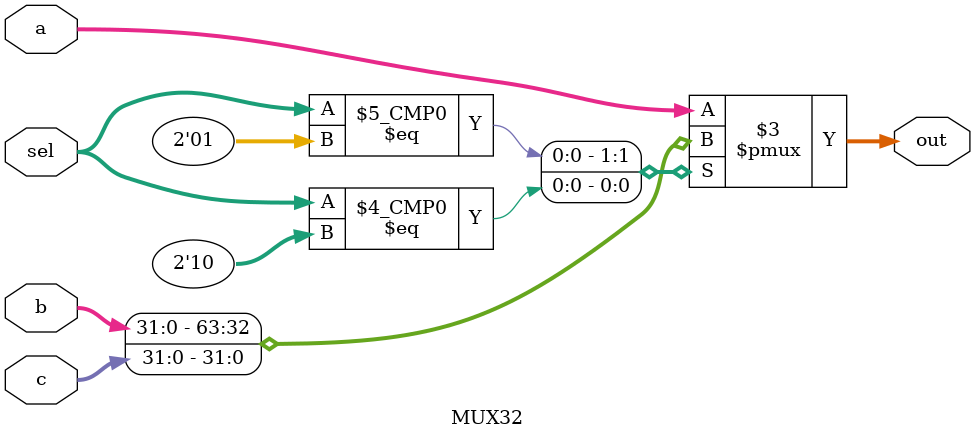
<source format=v>
`timescale 1ns / 1ps
module MUX32(
    input [1:0] sel,
    input [31:0] a,
    input [31:0] b,
    input [31:0] c,
	 output reg [31:0] out
    );

	always @(*)begin
		case(sel)
		0:out<=a;
		1:out<=b;
		2:out<=c;
		default:out<=a;
		endcase
	end
endmodule

</source>
